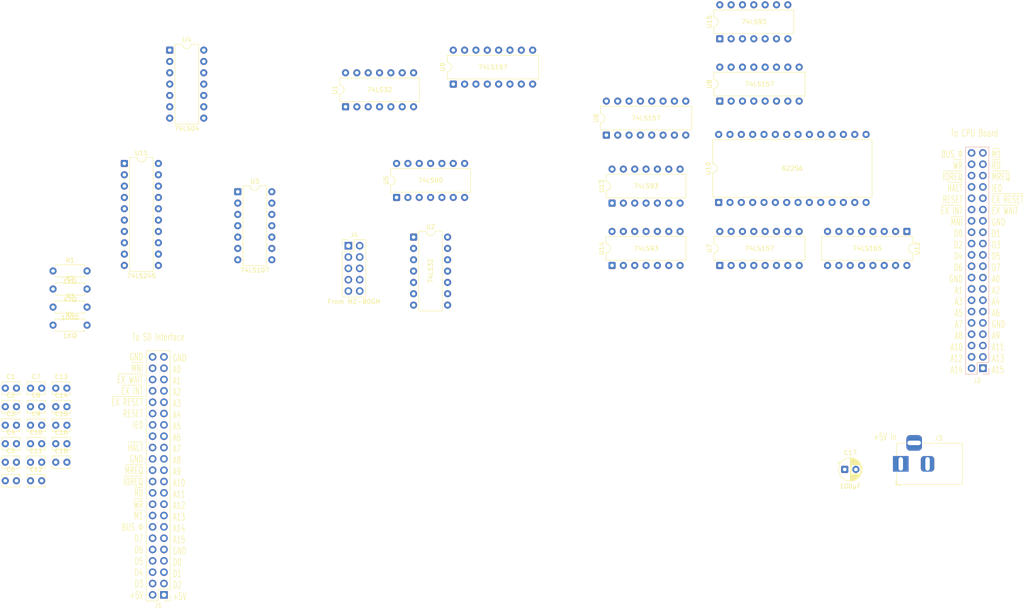
<source format=kicad_pcb>
(kicad_pcb (version 20241229) (generator "pcbnew") (generator_version "9.0")
  (layers (0 "F.Cu" signal) (2 "B.Cu" signal) (13 "F.Paste" user) (15 "B.Paste" user) (5 "F.SilkS" user "F.Silkscreen") (7 "B.SilkS" user "B.Silkscreen") (1 "F.Mask" user) (3 "B.Mask" user) (25 "Edge.Cuts" user))
  (net 0 "")
  (net 1 "GND")
  (net 2 "/D6")
  (net 3 "/~{IOREQ}")
  (net 4 "/D2")
  (net 5 "/~{EX INT}")
  (net 6 "/A4")
  (net 7 "/A2")
  (net 8 "/D1")
  (net 9 "/A8")
  (net 10 "/A15")
  (net 11 "/~{MNI}")
  (net 12 "/A10")
  (net 13 "/~{MREQ}")
  (net 14 "/A11")
  (net 15 "/D4")
  (net 16 "/~{M1}")
  (net 17 "/A14")
  (net 18 "/~{HALT}")
  (net 19 "/A12")
  (net 20 "/A6")
  (net 21 "/A7")
  (net 22 "/D5")
  (net 23 "/A0")
  (net 24 "/~{EX RESET}")
  (net 25 "/BUS Φ")
  (net 26 "/D3")
  (net 27 "/RESET")
  (net 28 "/~{RD}")
  (net 29 "/~{WR}")
  (net 30 "/D7")
  (net 31 "/A5")
  (net 32 "/IE0")
  (net 33 "/A3")
  (net 34 "/D0")
  (net 35 "/~{EX WAIT}")
  (net 36 "/A13")
  (net 37 "/A1")
  (net 38 "/A9")
  (net 39 "+5V")
  (net 40 "VCC")
  (net 41 "Net-(U3A-~{R})")
  (net 42 "Net-(C18-Pad2)")
  (net 44 "/~{HBLK}")
  (net 45 "/G0")
  (net 46 "/~{VBLK}")
  (net 47 "/8M")
  (net 48 "/1M")
  (net 49 "/G1")
  (net 50 "/~{C SED}")
  (net 51 "/~{G OUT 2}")
  (net 52 "Net-(U3A-J)")
  (net 53 "Net-(R2-Pad2)")
  (net 54 "Net-(R3-Pad1)")
  (net 55 "Net-(U3B-J)")
  (net 57 "Net-(U1-Pad6)")
  (net 60 "/SELECT")
  (net 61 "Net-(U2-Pad13)")
  (net 62 "/~{WE}")
  (net 63 "Net-(U2-Pad8)")
  (net 64 "/CLOCK")
  (net 65 "Net-(U3B-~{R})")
  (net 66 "/SHIFT{slash}~{LOAD}")
  (net 67 "/G_{11}")
  (net 68 "/G_{12}")
  (net 69 "Net-(U3A-Q)")
  (net 72 "Net-(U13-R0(1))")
  (net 73 "Net-(U4-Pad5)")
  (net 74 "Net-(U11-CE)")
  (net 75 "Net-(U12-Q7)")
  (net 76 "Net-(U13-CP0)")
  (net 77 "/A_{0}")
  (net 78 "/G_{3}")
  (net 79 "/G_{2}")
  (net 80 "/A_{1}")
  (net 81 "/RA_{3}")
  (net 82 "/A_{2}")
  (net 83 "/A_{3}")
  (net 84 "/G_{1}")
  (net 85 "/RA_{0}")
  (net 86 "/RA_{1}")
  (net 87 "/G_{0}")
  (net 88 "/RA_{2}")
  (net 89 "/G_{4}")
  (net 90 "/G_{7}")
  (net 91 "/A_{6}")
  (net 92 "/A_{4}")
  (net 93 "/RA_{4}")
  (net 94 "/RA_{6}")
  (net 95 "/G_{6}")
  (net 96 "/RA_{5}")
  (net 97 "/A_{7}")
  (net 98 "/G_{5}")
  (net 99 "/RA_{7}")
  (net 100 "/A_{5}")
  (net 101 "/RA_{8}")
  (net 102 "/G_{10}")
  (net 103 "/RA_{10}")
  (net 104 "/A_{10}")
  (net 105 "/RA_{9}")
  (net 106 "/RA_{11}")
  (net 107 "/A_{9}")
  (net 108 "/G_{8}")
  (net 109 "/G_{9}")
  (net 110 "/A_{11}")
  (net 111 "/A_{8}")
  (net 114 "/A_{12}")
  (net 117 "/RA_{12}")
  (net 123 "/RD_{4}")
  (net 124 "/RD_{2}")
  (net 125 "/RD_{1}")
  (net 126 "/RD_{5}")
  (net 128 "/RD_{3}")
  (net 129 "/RD_{7}")
  (net 131 "/RD_{0}")
  (net 132 "/RD_{6}")
  (net 133 "/D_{5}")
  (net 134 "/D_{1}")
  (net 135 "/D_{2}")
  (net 136 "/D_{4}")
  (net 137 "/D_{6}")
  (net 138 "/D_{3}")
  (net 139 "/D_{7}")
  (net 140 "/D_{0}")
  (footprint "Package_DIP:DIP-14_W7.62mm" (layer "F.Cu") (at 161.163 71.9328 90)
    (property "Reference" "U13" (at 3.81 -2.33 90) (layer "F.SilkS"))
    (property "Value" "74LS93" (at 3.805 7.62 180) (layer "F.SilkS"))
    (pad "1" thru_hole roundrect (at 0 0 90) (size 1.6 1.6) (drill 0.8) (layers "*.Cu" "*.Mask") (roundrect_rratio 0.15625) (net 87 "/G_{0}"))
    (pad "2" thru_hole circle (at 0 2.54 90) (size 1.6 1.6) (drill 0.8) (layers "*.Cu" "*.Mask") (net 72 "Net-(U13-R0(1))"))
    (pad "3" thru_hole circle (at 0 5.08 90) (size 1.6 1.6) (drill 0.8) (layers "*.Cu" "*.Mask") (net 72 "Net-(U13-R0(1))"))
    (pad "4" thru_hole circle (at 0 7.62 90) (size 1.6 1.6) (drill 0.8) (layers "*.Cu" "*.Mask"))
    (pad "5" thru_hole circle (at 0 10.16 90) (size 1.6 1.6) (drill 0.8) (layers "*.Cu" "*.Mask") (net 40 "VCC"))
    (pad "6" thru_hole circle (at 0 12.7 90) (size 1.6 1.6) (drill 0.8) (layers "*.Cu" "*.Mask"))
    (pad "7" thru_hole circle (at 0 15.24 90) (size 1.6 1.6) (drill 0.8) (layers "*.Cu" "*.Mask"))
    (pad "8" thru_hole circle (at 7.62 15.24 90) (size 1.6 1.6) (drill 0.8) (layers "*.Cu" "*.Mask") (net 79 "/G_{2}"))
    (pad "9" thru_hole circle (at 7.62 12.7 90) (size 1.6 1.6) (drill 0.8) (layers "*.Cu" "*.Mask") (net 84 "/G_{1}"))
    (pad "10" thru_hole circle (at 7.62 10.16 90) (size 1.6 1.6) (drill 0.8) (layers "*.Cu" "*.Mask") (net 1 "GND"))
    (pad "11" thru_hole circle (at 7.62 7.62 90) (size 1.6 1.6) (drill 0.8) (layers "*.Cu" "*.Mask") (net 78 "/G_{3}"))
    (pad "12" thru_hole circle (at 7.62 5.08 90) (size 1.6 1.6) (drill 0.8) (layers "*.Cu" "*.Mask") (net 87 "/G_{0}"))
    (pad "13" thru_hole circle (at 7.62 2.54 90) (size 1.6 1.6) (drill 0.8) (layers "*.Cu" "*.Mask"))
    (pad "14" thru_hole circle (at 7.62 0 90) (size 1.6 1.6) (drill 0.8) (layers "*.Cu" "*.Mask") (net 76 "Net-(U13-CP0)"))
  )
  (footprint "Package_DIP:DIP-20_W7.62mm" (layer "F.Cu") (at 51.943 63.0428)
    (property "Reference" "U11" (at 3.81 -2.33 0) (layer "F.SilkS"))
    (property "Value" "74LS245" (at 3.81 25.19 0) (layer "F.SilkS"))
    (pad "1" thru_hole roundrect (at 0 0) (size 1.6 1.6) (drill 0.8) (layers "*.Cu" "*.Mask") (roundrect_rratio 0.15625) (net 28 "/~{RD}"))
    (pad "2" thru_hole circle (at 0 2.54) (size 1.6 1.6) (drill 0.8) (layers "*.Cu" "*.Mask") (net 140 "/D_{0}"))
    (pad "3" thru_hole circle (at 0 5.08) (size 1.6 1.6) (drill 0.8) (layers "*.Cu" "*.Mask") (net 134 "/D_{1}"))
    (pad "4" thru_hole circle (at 0 7.62) (size 1.6 1.6) (drill 0.8) (layers "*.Cu" "*.Mask") (net 135 "/D_{2}"))
    (pad "5" thru_hole circle (at 0 10.16) (size 1.6 1.6) (drill 0.8) (layers "*.Cu" "*.Mask") (net 138 "/D_{3}"))
    (pad "6" thru_hole circle (at 0 12.7) (size 1.6 1.6) (drill 0.8) (layers "*.Cu" "*.Mask") (net 136 "/D_{4}"))
    (pad "7" thru_hole circle (at 0 15.24) (size 1.6 1.6) (drill 0.8) (layers "*.Cu" "*.Mask") (net 133 "/D_{5}"))
    (pad "8" thru_hole circle (at 0 17.78) (size 1.6 1.6) (drill 0.8) (layers "*.Cu" "*.Mask") (net 137 "/D_{6}"))
    (pad "9" thru_hole circle (at 0 20.32) (size 1.6 1.6) (drill 0.8) (layers "*.Cu" "*.Mask") (net 139 "/D_{7}"))
    (pad "10" thru_hole circle (at 0 22.86) (size 1.6 1.6) (drill 0.8) (layers "*.Cu" "*.Mask") (net 1 "GND"))
    (pad "11" thru_hole circle (at 7.62 22.86) (size 1.6 1.6) (drill 0.8) (layers "*.Cu" "*.Mask") (net 129 "/RD_{7}"))
    (pad "12" thru_hole circle (at 7.62 20.32) (size 1.6 1.6) (drill 0.8) (layers "*.Cu" "*.Mask") (net 132 "/RD_{6}"))
    (pad "13" thru_hole circle (at 7.62 17.78) (size 1.6 1.6) (drill 0.8) (layers "*.Cu" "*.Mask") (net 126 "/RD_{5}"))
    (pad "14" thru_hole circle (at 7.62 15.24) (size 1.6 1.6) (drill 0.8) (layers "*.Cu" "*.Mask") (net 123 "/RD_{4}"))
    (pad "15" thru_hole circle (at 7.62 12.7) (size 1.6 1.6) (drill 0.8) (layers "*.Cu" "*.Mask") (net 128 "/RD_{3}"))
    (pad "16" thru_hole circle (at 7.62 10.16) (size 1.6 1.6) (drill 0.8) (layers "*.Cu" "*.Mask") (net 124 "/RD_{2}"))
    (pad "17" thru_hole circle (at 7.62 7.62) (size 1.6 1.6) (drill 0.8) (layers "*.Cu" "*.Mask") (net 125 "/RD_{1}"))
    (pad "18" thru_hole circle (at 7.62 5.08) (size 1.6 1.6) (drill 0.8) (layers "*.Cu" "*.Mask") (net 131 "/RD_{0}"))
    (pad "19" thru_hole circle (at 7.62 2.54) (size 1.6 1.6) (drill 0.8) (layers "*.Cu" "*.Mask") (net 74 "Net-(U11-CE)"))
    (pad "20" thru_hole circle (at 7.62 0) (size 1.6 1.6) (drill 0.8) (layers "*.Cu" "*.Mask") (net 40 "VCC"))
  )
  (footprint "Connector_PinHeader_2.54mm:PinHeader_2x22_P2.54mm_Vertical" (layer "F.Cu") (at 60.8076 159.7406 180)
    (property "Reference" "J1" (at 1.27 -2.38 0) (layer "F.SilkS") (effects (font (thickness 0.125))))
    (property "Value" "To SD Interface" (at 1.27 57.785 0) (layer "F.SilkS") (effects (font (size 1.58 1) (thickness 0.125))))
    (pad "A1" thru_hole rect (at 0 0 180) (size 1.7 1.7) (drill 1) (layers "*.Cu" "*.Mask") (net 39 "+5V"))
    (pad "A2" thru_hole circle (at 0 2.54 180) (size 1.7 1.7) (drill 1) (layers "*.Cu" "*.Mask") (net 4 "/D2"))
    (pad "A3" thru_hole circle (at 0 5.08 180) (size 1.7 1.7) (drill 1) (layers "*.Cu" "*.Mask") (net 8 "/D1"))
    (pad "A4" thru_hole circle (at 0 7.62 180) (size 1.7 1.7) (drill 1) (layers "*.Cu" "*.Mask") (net 34 "/D0"))
    (pad "A5" thru_hole circle (at 0 10.16 180) (size 1.7 1.7) (drill 1) (layers "*.Cu" "*.Mask") (net 1 "GND"))
    (pad "A6" thru_hole circle (at 0 12.7 180) (size 1.7 1.7) (drill 1) (layers "*.Cu" "*.Mask") (net 10 "/A15"))
    (pad "A7" thru_hole circle (at 0 15.24 180) (size 1.7 1.7) (drill 1) (layers "*.Cu" "*.Mask") (net 17 "/A14"))
    (pad "A8" thru_hole circle (at 0 17.78 180) (size 1.7 1.7) (drill 1) (layers "*.Cu" "*.Mask") (net 36 "/A13"))
    (pad "A9" thru_hole circle (at 0 20.32 180) (size 1.7 1.7) (drill 1) (layers "*.Cu" "*.Mask") (net 19 "/A12"))
    (pad "A10" thru_hole circle (at 0 22.86 180) (size 1.7 1.7) (drill 1) (layers "*.Cu" "*.Mask") (net 14 "/A11"))
    (pad "A11" thru_hole circle (at 0 25.4 180) (size 1.7 1.7) (drill 1) (layers "*.Cu" "*.Mask") (net 12 "/A10"))
    (pad "A12" thru_hole circle (at 0 27.94 180) (size 1.7 1.7) (drill 1) (layers "*.Cu" "*.Mask") (net 38 "/A9"))
    (pad "A13" thru_hole circle (at 0 30.48 180) (size 1.7 1.7) (drill 1) (layers "*.Cu" "*.Mask") (net 9 "/A8"))
    (pad "A14" thru_hole circle (at 0 33.02 180) (size 1.7 1.7) (drill 1) (layers "*.Cu" "*.Mask") (net 21 "/A7"))
    (pad "A15" thru_hole circle (at 0 35.56 180) (size 1.7 1.7) (drill 1) (layers "*.Cu" "*.Mask") (net 20 "/A6"))
    (pad "A16" thru_hole circle (at 0 38.1 180) (size 1.7 1.7) (drill 1) (layers "*.Cu" "*.Mask") (net 31 "/A5"))
    (pad "A17" thru_hole circle (at 0 40.64 180) (size 1.7 1.7) (drill 1) (layers "*.Cu" "*.Mask") (net 6 "/A4"))
    (pad "A18" thru_hole circle (at 0 43.18 180) (size 1.7 1.7) (drill 1) (layers "*.Cu" "*.Mask") (net 33 "/A3"))
    (pad "A19" thru_hole circle (at 0 45.72 180) (size 1.7 1.7) (drill 1) (layers "*.Cu" "*.Mask") (net 7 "/A2"))
    (pad "A20" thru_hole circle (at 0 48.26 180) (size 1.7 1.7) (drill 1) (layers "*.Cu" "*.Mask") (net 37 "/A1"))
    (pad "A21" thru_hole circle (at 0 50.8 180) (size 1.7 1.7) (drill 1) (layers "*.Cu" "*.Mask") (net 23 "/A0"))
    (pad "A22" thru_hole circle (at 0 53.34 180) (size 1.7 1.7) (drill 1) (layers "*.Cu" "*.Mask") (net 1 "GND"))
    (pad "B1" thru_hole circle (at 2.54 0 180) (size 1.7 1.7) (drill 1) (layers "*.Cu" "*.Mask") (net 39 "+5V"))
    (pad "B2" thru_hole circle (at 2.54 2.54 180) (size 1.7 1.7) (drill 1) (layers "*.Cu" "*.Mask") (net 26 "/D3"))
    (pad "B3" thru_hole circle (at 2.54 5.08 180) (size 1.7 1.7) (drill 1) (layers "*.Cu" "*.Mask") (net 15 "/D4"))
    (pad "B4" thru_hole circle (at 2.54 7.62 180) (size 1.7 1.7) (drill 1) (layers "*.Cu" "*.Mask") (net 22 "/D5"))
    (pad "B5" thru_hole circle (at 2.54 10.16 180) (size 1.7 1.7) (drill 1) (layers "*.Cu" "*.Mask") (net 2 "/D6"))
    (pad "B6" thru_hole circle (at 2.54 12.7 180) (size 1.7 1.7) (drill 1) (layers "*.Cu" "*.Mask") (net 30 "/D7"))
    (pad "B7" thru_hole circle (at 2.54 15.24 180) (size 1.7 1.7) (drill 1) (layers "*.Cu" "*.Mask") (net 25 "/BUS Φ"))
    (pad "B8" thru_hole circle (at 2.54 17.78 180) (size 1.7 1.7) (drill 1) (layers "*.Cu" "*.Mask") (net 16 "/~{M1}"))
    (pad "B9" thru_hole circle (at 2.54 20.32 180) (size 1.7 1.7) (drill 1) (layers "*.Cu" "*.Mask") (net 29 "/~{WR}"))
    (pad "B10" thru_hole circle (at 2.54 22.86 180) (size 1.7 1.7) (drill 1) (layers "*.Cu" "*.Mask") (net 28 "/~{RD}"))
    (pad "B11" thru_hole circle (at 2.54 25.4 180) (size 1.7 1.7) (drill 1) (layers "*.Cu" "*.Mask") (net 3 "/~{IOREQ}"))
    (pad "B12" thru_hole circle (at 2.54 27.94 180) (size 1.7 1.7) (drill 1) (layers "*.Cu" "*.Mask") (net 13 "/~{MREQ}"))
    (pad "B13" thru_hole circle (at 2.54 30.48 180) (size 1.7 1.7) (drill 1) (layers "*.Cu" "*.Mask") (net 1 "GND"))
    (pad "B14" thru_hole circle (at 2.54 33.02 180) (size 1.7 1.7) (drill 1) (layers "*.Cu" "*.Mask") (net 18 "/~{HALT}"))
    (pad "B15" thru_hole circle (at 2.54 35.56 180) (size 1.7 1.7) (drill 1) (layers "*.Cu" "*.Mask"))
    (pad "B16" thru_hole circle (at 2.54 38.1 180) (size 1.7 1.7) (drill 1) (layers "*.Cu" "*.Mask") (net 32 "/IE0"))
    (pad "B17" thru_hole circle (at 2.54 40.64 180) (size 1.7 1.7) (drill 1) (layers "*.Cu" "*.Mask") (net 27 "/RESET"))
    (pad "B18" thru_hole circle (at 2.54 43.18 180) (size 1.7 1.7) (drill 1) (layers "*.Cu" "*.Mask") (net 24 "/~{EX RESET}"))
    (pad "B19" thru_hole circle (at 2.54 45.72 180) (size 1.7 1.7) (drill 1) (layers "*.Cu" "*.Mask") (net 5 "/~{EX INT}"))
    (pad "B20" thru_hole circle (at 2.54 48.26 180) (size 1.7 1.7) (drill 1) (layers "*.Cu" "*.Mask") (net 35 "/~{EX WAIT}"))
    (pad "B21" thru_hole circle (at 2.54 50.8 180) (size 1.7 1.7) (drill 1) (layers "*.Cu" "*.Mask") (net 11 "/~{MNI}"))
    (pad "B22" thru_hole circle (at 2.54 53.34 180) (size 1.7 1.7) (drill 1) (layers "*.Cu" "*.Mask") (net 1 "GND"))
  )
  (footprint "Capacitor_THT:C_Disc_D3.8mm_W2.6mm_P2.50mm" (layer "F.Cu") (at 30.923 121.7128)
    (property "Reference" "C9" (at 1.25 -2.55 0) (layer "F.SilkS"))
    (property "Value" "100nF")
    (pad "1" thru_hole circle (at 0 0) (size 1.6 1.6) (drill 0.8) (layers "*.Cu" "*.Mask") (net 1 "GND"))
    (pad "2" thru_hole circle (at 2.5 0) (size 1.6 1.6) (drill 0.8) (layers "*.Cu" "*.Mask") (net 40 "VCC"))
  )
  (footprint "Capacitor_THT:C_Disc_D3.8mm_W2.6mm_P2.50mm" (layer "F.Cu") (at 30.923 117.5628)
    (property "Reference" "C8" (at 1.25 -2.55 0) (layer "F.SilkS"))
    (property "Value" "100nF")
    (pad "1" thru_hole circle (at 0 0) (size 1.6 1.6) (drill 0.8) (layers "*.Cu" "*.Mask") (net 40 "VCC"))
    (pad "2" thru_hole circle (at 2.5 0) (size 1.6 1.6) (drill 0.8) (layers "*.Cu" "*.Mask") (net 1 "GND"))
  )
  (footprint "Package_DIP:DIP-16_W7.62mm" (layer "F.Cu") (at 185.293 85.9028 90)
    (property "Reference" "U7" (at 3.81 -2.33 90) (layer "F.SilkS"))
    (property "Value" "74LS157" (at 3.805 8.89 180) (layer "F.SilkS"))
    (pad "1" thru_hole roundrect (at 0 0 90) (size 1.6 1.6) (drill 0.8) (layers "*.Cu" "*.Mask") (roundrect_rratio 0.15625) (net 60 "/SELECT"))
    (pad "2" thru_hole circle (at 0 2.54 90) (size 1.6 1.6) (drill 0.8) (layers "*.Cu" "*.Mask") (net 92 "/A_{4}"))
    (pad "3" thru_hole circle (at 0 5.08 90) (size 1.6 1.6) (drill 0.8) (layers "*.Cu" "*.Mask") (net 89 "/G_{4}"))
    (pad "4" thru_hole circle (at 0 7.62 90) (size 1.6 1.6) (drill 0.8) (layers "*.Cu" "*.Mask") (net 93 "/RA_{4}"))
    (pad "5" thru_hole circle (at 0 10.16 90) (size 1.6 1.6) (drill 0.8) (layers "*.Cu" "*.Mask") (net 100 "/A_{5}"))
    (pad "6" thru_hole circle (at 0 12.7 90) (size 1.6 1.6) (drill 0.8) (layers "*.Cu" "*.Mask") (net 98 "/G_{5}"))
    (pad "7" thru_hole circle (at 0 15.24 90) (size 1.6 1.6) (drill 0.8) (layers "*.Cu" "*.Mask") (net 96 "/RA_{5}"))
    (pad "8" thru_hole circle (at 0 17.78 90) (size 1.6 1.6) (drill 0.8) (layers "*.Cu" "*.Mask") (net 1 "GND"))
    (pad "9" thru_hole circle (at 7.62 17.78 90) (size 1.6 1.6) (drill 0.8) (layers "*.Cu" "*.Mask") (net 94 "/RA_{6}"))
    (pad "10" thru_hole circle (at 7.62 15.24 90) (size 1.6 1.6) (drill 0.8) (layers "*.Cu" "*.Mask") (net 95 "/G_{6}"))
    (pad "11" thru_hole circle (at 7.62 12.7 90) (size 1.6 1.6) (drill 0.8) (layers "*.Cu" "*.Mask") (net 91 "/A_{6}"))
    (pad "12" thru_hole circle (at 7.62 10.16 90) (size 1.6 1.6) (drill 0.8) (layers "*.Cu" "*.Mask") (net 99 "/RA_{7}"))
    (pad "13" thru_hole circle (at 7.62 7.62 90) (size 1.6 1.6) (drill 0.8) (layers "*.Cu" "*.Mask") (net 90 "/G_{7}"))
    (pad "14" thru_hole circle (at 7.62 5.08 90) (size 1.6 1.6) (drill 0.8) (layers "*.Cu" "*.Mask") (net 97 "/A_{7}"))
    (pad "15" thru_hole circle (at 7.62 2.54 90) (size 1.6 1.6) (drill 0.8) (layers "*.Cu" "*.Mask") (net 1 "GND"))
    (pad "16" thru_hole circle (at 7.62 0 90) (size 1.6 1.6) (drill 0.8) (layers "*.Cu" "*.Mask") (net 40 "VCC"))
  )
  (footprint "Resistor_THT:R_Axial_DIN0207_L6.3mm_D2.5mm_P7.62mm_Horizontal" (layer "F.Cu") (at 35.9664 87.1386)
    (property "Reference" "R1" (at 3.81 -2.37 0) (layer "F.SilkS"))
    (property "Value" "1KΩ" (at 3.81 2.37 0) (layer "F.SilkS"))
    (pad "1" thru_hole circle (at 0 0) (size 1.6 1.6) (drill 0.8) (layers "*.Cu" "*.Mask") (net 40 "VCC"))
    (pad "2" thru_hole circle (at 7.62 0) (size 1.6 1.6) (drill 0.8) (layers "*.Cu" "*.Mask") (net 52 "Net-(U3A-J)"))
  )
  (footprint "Capacitor_THT:C_Disc_D3.8mm_W2.6mm_P2.50mm" (layer "F.Cu") (at 25.273 125.8628)
    (property "Reference" "C4" (at 1.25 -2.55 0) (layer "F.SilkS"))
    (property "Value" "100nF")
    (pad "1" thru_hole circle (at 0 0) (size 1.6 1.6) (drill 0.8) (layers "*.Cu" "*.Mask") (net 40 "VCC"))
    (pad "2" thru_hole circle (at 2.5 0) (size 1.6 1.6) (drill 0.8) (layers "*.Cu" "*.Mask") (net 1 "GND"))
  )
  (footprint "Capacitor_THT:C_Disc_D3.8mm_W2.6mm_P2.50mm" (layer "F.Cu") (at 25.273 113.4128)
    (property "Reference" "C1" (at 1.25 -2.55 0) (layer "F.SilkS"))
    (property "Value" "100nF")
    (pad "1" thru_hole circle (at 0 0) (size 1.6 1.6) (drill 0.8) (layers "*.Cu" "*.Mask") (net 40 "VCC"))
    (pad "2" thru_hole circle (at 2.5 0) (size 1.6 1.6) (drill 0.8) (layers "*.Cu" "*.Mask") (net 1 "GND"))
  )
  (footprint "Capacitor_THT:C_Disc_D3.8mm_W2.6mm_P2.50mm" (layer "F.Cu") (at 36.573 121.7128)
    (property "Reference" "C15" (at 1.25 -2.55 0) (layer "F.SilkS"))
    (property "Value" "100nF")
    (pad "1" thru_hole circle (at 0 0) (size 1.6 1.6) (drill 0.8) (layers "*.Cu" "*.Mask") (net 1 "GND"))
    (pad "2" thru_hole circle (at 2.5 0) (size 1.6 1.6) (drill 0.8) (layers "*.Cu" "*.Mask") (net 40 "VCC"))
  )
  (footprint "Capacitor_THT:C_Disc_D3.8mm_W2.6mm_P2.50mm" (layer "F.Cu") (at 25.273 117.5628)
    (property "Reference" "C2" (at 1.25 -2.55 0) (layer "F.SilkS"))
    (property "Value" "100nF")
    (pad "1" thru_hole circle (at 0 0) (size 1.6 1.6) (drill 0.8) (layers "*.Cu" "*.Mask") (net 40 "VCC"))
    (pad "2" thru_hole circle (at 2.5 0) (size 1.6 1.6) (drill 0.8) (layers "*.Cu" "*.Mask") (net 1 "GND"))
  )
  (footprint "Capacitor_THT:C_Disc_D3.8mm_W2.6mm_P2.50mm" (layer "F.Cu") (at 36.573 130.0128)
    (property "Reference" "C18" (at 1.25 -2.55 0) (layer "F.SilkS"))
    (property "Value" "470pF")
    (pad "1" thru_hole circle (at 0 0) (size 1.6 1.6) (drill 0.8) (layers "*.Cu" "*.Mask") (net 1 "GND"))
    (pad "2" thru_hole circle (at 2.5 0) (size 1.6 1.6) (drill 0.8) (layers "*.Cu" "*.Mask") (net 42 "Net-(C18-Pad2)"))
  )
  (footprint "Package_DIP:DIP-14_W7.62mm" (layer "F.Cu") (at 101.473 50.3428 90)
    (property "Reference" "U1" (at 3.81 -2.33 90) (layer "F.SilkS"))
    (property "Value" "74LS32" (at 3.805 7.62 180) (layer "F.SilkS"))
    (pad "1" thru_hole roundrect (at 0 0 90) (size 1.6 1.6) (drill 0.8) (layers "*.Cu" "*.Mask") (roundrect_rratio 0.15625) (net 40 "VCC"))
    (pad "2" thru_hole circle (at 0 2.54 90) (size 1.6 1.6) (drill 0.8) (layers "*.Cu" "*.Mask") (net 40 "VCC"))
    (pad "3" thru_hole circle (at 0 5.08 90) (size 1.6 1.6) (drill 0.8) (layers "*.Cu" "*.Mask"))
    (pad "4" thru_hole circle (at 0 7.62 90) (size 1.6 1.6) (drill 0.8) (layers "*.Cu" "*.Mask") (net 60 "/SELECT"))
    (pad "5" thru_hole circle (at 0 10.16 90) (size 1.6 1.6) (drill 0.8) (layers "*.Cu" "*.Mask") (net 28 "/~{RD}"))
    (pad "6" thru_hole circle (at 0 12.7 90) (size 1.6 1.6) (drill 0.8) (layers "*.Cu" "*.Mask") (net 57 "Net-(U1-Pad6)"))
    (pad "7" thru_hole circle (at 0 15.24 90) (size 1.6 1.6) (drill 0.8) (layers "*.Cu" "*.Mask") (net 1 "GND"))
    (pad "8" thru_hole circle (at 7.62 15.24 90) (size 1.6 1.6) (drill 0.8) (layers "*.Cu" "*.Mask"))
    (pad "9" thru_hole circle (at 7.62 12.7 90) (size 1.6 1.6) (drill 0.8) (layers "*.Cu" "*.Mask") (net 40 "VCC"))
    (pad "10" thru_hole circle (at 7.62 10.16 90) (size 1.6 1.6) (drill 0.8) (layers "*.Cu" "*.Mask") (net 40 "VCC"))
    (pad "11" thru_hole circle (at 7.62 7.62 90) (size 1.6 1.6) (drill 0.8) (layers "*.Cu" "*.Mask"))
    (pad "12" thru_hole circle (at 7.62 5.08 90) (size 1.6 1.6) (drill 0.8) (layers "*.Cu" "*.Mask") (net 40 "VCC"))
    (pad "13" thru_hole circle (at 7.62 2.54 90) (size 1.6 1.6) (drill 0.8) (layers "*.Cu" "*.Mask") (net 40 "VCC"))
    (pad "14" thru_hole circle (at 7.62 0 90) (size 1.6 1.6) (drill 0.8) (layers "*.Cu" "*.Mask") (net 40 "VCC"))
  )
  (footprint "Package_DIP:DIP-14_W7.62mm" (layer "F.Cu") (at 77.343 69.3928)
    (property "Reference" "U3" (at 3.81 -2.33 0) (layer "F.SilkS"))
    (property "Value" "74LS107" (at 3.81 17.57 0) (layer "F.SilkS"))
    (pad "1" thru_hole roundrect (at 0 0) (size 1.6 1.6) (drill 0.8) (layers "*.Cu" "*.Mask") (roundrect_rratio 0.15625) (net 52 "Net-(U3A-J)"))
    (pad "2" thru_hole circle (at 0 2.54) (size 1.6 1.6) (drill 0.8) (layers "*.Cu" "*.Mask") (net 66 "/SHIFT{slash}~{LOAD}"))
    (pad "3" thru_hole circle (at 0 5.08) (size 1.6 1.6) (drill 0.8) (layers "*.Cu" "*.Mask") (net 69 "Net-(U3A-Q)"))
    (pad "4" thru_hole circle (at 0 7.62) (size 1.6 1.6) (drill 0.8) (layers "*.Cu" "*.Mask") (net 1 "GND"))
    (pad "5" thru_hole circle (at 0 10.16) (size 1.6 1.6) (drill 0.8) (layers "*.Cu" "*.Mask") (net 68 "/G_{12}"))
    (pad "6" thru_hole circle (at 0 12.7) (size 1.6 1.6) (drill 0.8) (layers "*.Cu" "*.Mask"))
    (pad "7" thru_hole circle (at 0 15.24) (size 1.6 1.6) (drill 0.8) (layers "*.Cu" "*.Mask") (net 1 "GND"))
    (pad "8" thru_hole circle (at 7.62 15.24) (size 1.6 1.6) (drill 0.8) (layers "*.Cu" "*.Mask") (net 55 "Net-(U3B-J)"))
    (pad "9" thru_hole circle (at 7.62 12.7) (size 1.6 1.6) (drill 0.8) (layers "*.Cu" "*.Mask") (net 67 "/G_{11}"))
    (pad "10" thru_hole circle (at 7.62 10.16) (size 1.6 1.6) (drill 0.8) (layers "*.Cu" "*.Mask") (net 65 "Net-(U3B-~{R})"))
    (pad "11" thru_hole circle (at 7.62 7.62) (size 1.6 1.6) (drill 0.8) (layers "*.Cu" "*.Mask") (net 55 "Net-(U3B-J)"))
    (pad "12" thru_hole circle (at 7.62 5.08) (size 1.6 1.6) (drill 0.8) (layers "*.Cu" "*.Mask") (net 48 "/1M"))
    (pad "13" thru_hole circle (at 7.62 2.54) (size 1.6 1.6) (drill 0.8) (layers "*.Cu" "*.Mask") (net 41 "Net-(U3A-~{R})"))
    (pad "14" thru_hole circle (at 7.62 0) (size 1.6 1.6) (drill 0.8) (layers "*.Cu" "*.Mask") (net 40 "VCC"))
  )
  (footprint "Package_DIP:DIP-14_W7.62mm" (layer "F.Cu") (at 161.163 85.9028 90)
    (property "Reference" "U14" (at 3.81 -2.33 90) (layer "F.SilkS"))
    (property "Value" "74LS93" (at 3.805 7.62 180) (layer "F.SilkS"))
    (pad "1" thru_hole roundrect (at 0 0 90) (size 1.6 1.6) (drill 0.8) (layers "*.Cu" "*.Mask") (roundrect_rratio 0.15625) (net 89 "/G_{4}"))
    (pad "2" thru_hole circle (at 0 2.54 90) (size 1.6 1.6) (drill 0.8) (layers "*.Cu" "*.Mask") (net 72 "Net-(U13-R0(1))"))
    (pad "3" thru_hole circle (at 0 5.08 90) (size 1.6 1.6) (drill 0.8) (layers "*.Cu" "*.Mask") (net 72 "Net-(U13-R0(1))"))
    (pad "4" thru_hole circle (at 0 7.62 90) (size 1.6 1.6) (drill 0.8) (layers "*.Cu" "*.Mask"))
    (pad "5" thru_hole circle (at 0 10.16 90) (size 1.6 1.6) (drill 0.8) (layers "*.Cu" "*.Mask") (net 40 "VCC"))
    (pad "6" thru_hole circle (at 0 12.7 90) (size 1.6 1.6) (drill 0.8) (layers "*.Cu" "*.Mask"))
    (pad "7" thru_hole circle (at 0 15.24 90) (size 1.6 1.6) (drill 0.8) (layers "*.Cu" "*.Mask"))
    (pad "8" thru_hole circle (at 7.62 15.24 90) (size 1.6 1.6) (drill 0.8) (layers "*.Cu" "*.Mask") (net 95 "/G_{6}"))
    (pad "9" thru_hole circle (at 7.62 12.7 90) (size 1.6 1.6) (drill 0.8) (layers "*.Cu" "*.Mask") (net 98 "/G_{5}"))
    (pad "10" thru_hole circle (at 7.62 10.16 90) (size 1.6 1.6) (drill 0.8) (layers "*.Cu" "*.Mask") (net 1 "GND"))
    (pad "11" thru_hole circle (at 7.62 7.62 90) (size 1.6 1.6) (drill 0.8) (layers "*.Cu" "*.Mask") (net 90 "/G_{7}"))
    (pad "12" thru_hole circle (at 7.62 5.08 90) (size 1.6 1.6) (drill 0.8) (layers "*.Cu" "*.Mask") (net 89 "/G_{4}"))
    (pad "13" thru_hole circle (at 7.62 2.54 90) (size 1.6 1.6) (drill 0.8) (layers "*.Cu" "*.Mask"))
    (pad "14" thru_hole circle (at 7.62 0 90) (size 1.6 1.6) (drill 0.8) (layers "*.Cu" "*.Mask") (net 78 "/G_{3}"))
  )
  (footprint "Capacitor_THT:C_Disc_D3.8mm_W2.6mm_P2.50mm" (layer "F.Cu") (at 36.573 125.8628)
    (property "Reference" "C16" (at 1.25 -2.55 0) (layer "F.SilkS"))
    (property "Value" "220pF")
    (pad "1" thru_hole circle (at 0 0) (size 1.6 1.6) (drill 0.8) (layers "*.Cu" "*.Mask") (net 41 "Net-(U3A-~{R})"))
    (pad "2" thru_hole circle (at 2.5 0) (size 1.6 1.6) (drill 0.8) (layers "*.Cu" "*.Mask") (net 1 "GND"))
  )
  (footprint "Capacitor_THT:C_Disc_D3.8mm_W2.6mm_P2.50mm" (layer "F.Cu") (at 25.273 134.1628)
    (property "Reference" "C6" (at 1.25 -2.55 0) (layer "F.SilkS"))
    (property "Value" "100nF")
    (pad "1" thru_hole circle (at 0 0) (size 1.6 1.6) (drill 0.8) (layers "*.Cu" "*.Mask") (net 40 "VCC"))
    (pad "2" thru_hole circle (at 2.5 0) (size 1.6 1.6) (drill 0.8) (layers "*.Cu" "*.Mask") (net 1 "GND"))
  )
  (footprint "Capacitor_THT:C_Disc_D3.8mm_W2.6mm_P2.50mm" (layer "F.Cu") (at 36.573 113.4128)
    (property "Reference" "C13" (at 1.25 -2.55 0) (layer "F.SilkS"))
    (property "Value" "100nF")
    (pad "1" thru_hole circle (at 0 0) (size 1.6 1.6) (drill 0.8) (layers "*.Cu" "*.Mask") (net 1 "GND"))
    (pad "2" thru_hole circle (at 2.5 0) (size 1.6 1.6) (drill 0.8) (layers "*.Cu" "*.Mask") (net 40 "VCC"))
  )
  (footprint "Capacitor_THT:C_Disc_D3.8mm_W2.6mm_P2.50mm" (layer "F.Cu") (at 30.923 125.8628)
    (property "Reference" "C10" (at 1.25 -2.55 0) (layer "F.SilkS"))
    (property "Value" "100nF")
    (pad "1" thru_hole circle (at 0 0) (size 1.6 1.6) (drill 0.8) (layers "*.Cu" "*.Mask") (net 1 "GND"))
    (pad "2" thru_hole circle (at 2.5 0) (size 1.6 1.6) (drill 0.8) (layers "*.Cu" "*.Mask") (net 40 "VCC"))
  )
  (footprint "Package_DIP:DIP-14_W7.62mm" (layer "F.Cu") (at 112.903 70.6628 90)
    (property "Reference" "U5" (at 3.81 -2.33 90) (layer "F.SilkS"))
    (property "Value" "74LS00" (at 3.805 7.62 180) (layer "F.SilkS"))
    (pad "1" thru_hole roundrect (at 0 0 90) (size 1.6 1.6) (drill 0.8) (layers "*.Cu" "*.Mask") (roundrect_rratio 0.15625) (net 69 "Net-(U3A-Q)"))
    (pad "2" thru_hole circle (at 0 2.54 90) (size 1.6 1.6) (drill 0.8) (layers "*.Cu" "*.Mask") (net 64 "/CLOCK"))
    (pad "3" thru_hole circle (at 0 5.08 90) (size 1.6 1.6) (drill 0.8) (layers "*.Cu" "*.Mask") (net 53 "Net-(R2-Pad2)"))
    (pad "4" thru_hole circle (at 0 7.62 90) (size 1.6 1.6) (drill 0.8) (layers "*.Cu" "*.Mask") (net 57 "Net-(U1-Pad6)"))
    (pad "5" thru_hole circle (at 0 10.16 90) (size 1.6 1.6) (drill 0.8) (layers "*.Cu" "*.Mask") (net 62 "/~{WE}"))
    (pad "6" thru_hole circle (at 0 12.7 90) (size 1.6 1.6) (drill 0.8) (layers "*.Cu" "*.Mask") (net 73 "Net-(U4-Pad5)"))
    (pad "7" thru_hole circle (at 0 15.24 90) (size 1.6 1.6) (drill 0.8) (layers "*.Cu" "*.Mask") (net 1 "GND"))
    (pad "8" thru_hole circle (at 7.62 15.24 90) (size 1.6 1.6) (drill 0.8) (layers "*.Cu" "*.Mask") (net 76 "Net-(U13-CP0)"))
    (pad "9" thru_hole circle (at 7.62 12.7 90) (size 1.6 1.6) (drill 0.8) (layers "*.Cu" "*.Mask") (net 44 "/~{HBLK}"))
    (pad "10" thru_hole circle (at 7.62 10.16 90) (size 1.6 1.6) (drill 0.8) (layers "*.Cu" "*.Mask") (net 48 "/1M"))
    (pad "11" thru_hole circle (at 7.62 7.62 90) (size 1.6 1.6) (drill 0.8) (layers "*.Cu" "*.Mask") (net 51 "/~{G OUT 2}"))
    (pad "12" thru_hole circle (at 7.62 5.08 90) (size 1.6 1.6) (drill 0.8) (layers "*.Cu" "*.Mask") (net 45 "/G0"))
    (pad "13" thru_hole circle (at 7.62 2.54 90) (size 1.6 1.6) (drill 0.8) (layers "*.Cu" "*.Mask") (net 75 "Net-(U12-Q7)"))
    (pad "14" thru_hole circle (at 7.62 0 90) (size 1.6 1.6) (drill 0.8) (layers "*.Cu" "*.Mask") (net 40 "VCC"))
  )
  (footprint "Connector_PinHeader_2.54mm:PinHeader_2x05_P2.54mm_Vertical" (layer "F.Cu") (at 102.108 81.4832)
    (property "Reference" "J4" (at 1.27 -2.38 0) (layer "F.SilkS"))
    (property "Value" "From MZ-80GM" (at 1.27 12.54 0) (layer "F.SilkS"))
    (pad "1" thru_hole rect (at 0 0) (size 1.7 1.7) (drill 1) (layers "*.Cu" "*.Mask") (net 49 "/G1"))
    (pad "2" thru_hole circle (at 2.54 0) (size 1.7 1.7) (drill 1) (layers "*.Cu" "*.Mask") (net 50 "/~{C SED}"))
    (pad "3" thru_hole circle (at 0 2.54) (size 1.7 1.7) (drill 1) (layers "*.Cu" "*.Mask") (net 45 "/G0"))
    (pad "4" thru_hole circle (at 2.54 2.54) (size 1.7 1.7) (drill 1) (layers "*.Cu" "*.Mask") (net 51 "/~{G OUT 2}"))
    (pad "5" thru_hole circle (at 0 5.08) (size 1.7 1.7) (drill 1) (layers "*.Cu" "*.Mask") (net 1 "GND"))
    (pad "6" thru_hole circle (at 2.54 5.08) (size 1.7 1.7) (drill 1) (layers "*.Cu" "*.Mask") (net 47 "/8M"))
    (pad "7" thru_hole circle (at 0 7.62) (size 1.7 1.7) (drill 1) (layers "*.Cu" "*.Mask") (net 46 "/~{VBLK}"))
    (pad "8" thru_hole circle (at 2.54 7.62) (size 1.7 1.7) (drill 1) (layers "*.Cu" "*.Mask") (net 48 "/1M"))
    (pad "9" thru_hole circle (at 0 10.16) (size 1.7 1.7) (drill 1) (layers "*.Cu" "*.Mask") (net 1 "GND"))
    (pad "10" thru_hole circle (at 2.54 10.16) (size 1.7 1.7) (drill 1) (layers "*.Cu" "*.Mask") (net 44 "/~{HBLK}"))
  )
  (footprint "Capacitor_THT:C_Disc_D3.8mm_W2.6mm_P2.50mm" (layer "F.Cu") (at 25.273 130.0128)
    (property "Reference" "C5" (at 1.25 -2.55 0) (layer "F.SilkS"))
    (property "Value" "100nF")
    (pad "1" thru_hole circle (at 0 0) (size 1.6 1.6) (drill 0.8) (layers "*.Cu" "*.Mask") (net 40 "VCC"))
    (pad "2" thru_hole circle (at 2.5 0) (size 1.6 1.6) (drill 0.8) (layers "*.Cu" "*.Mask") (net 1 "GND"))
  )
  (footprint "Package_DIP:DIP-14_W7.62mm" (layer "F.Cu") (at 62.103 37.6428)
    (property "Reference" "U4" (at 3.81 -2.33 0) (layer "F.SilkS"))
    (property "Value" "74LS04" (at 3.81 17.57 0) (layer "F.SilkS"))
    (pad "1" thru_hole roundrect (at 0 0) (size 1.6 1.6) (drill 0.8) (layers "*.Cu" "*.Mask") (roundrect_rratio 0.15625) (net 63 "Net-(U2-Pad8)"))
    (pad "2" thru_hole circle (at 0 2.54) (size 1.6 1.6) (drill 0.8) (layers "*.Cu" "*.Mask") (net 54 "Net-(R3-Pad1)"))
    (pad "3" thru_hole circle (at 0 5.08) (size 1.6 1.6) (drill 0.8) (layers "*.Cu" "*.Mask") (net 42 "Net-(C18-Pad2)"))
    (pad "4" thru_hole circle (at 0 7.62) (size 1.6 1.6) (drill 0.8) (layers "*.Cu" "*.Mask") (net 61 "Net-(U2-Pad13)"))
    (pad "5" thru_hole circle (at 0 10.16) (size 1.6 1.6) (drill 0.8) (layers "*.Cu" "*.Mask") (net 73 "Net-(U4-Pad5)"))
    (pad "6" thru_hole circle (at 0 12.7) (size 1.6 1.6) (drill 0.8) (layers "*.Cu" "*.Mask") (net 74 "Net-(U11-CE)"))
    (pad "7" thru_hole circle (at 0 15.24) (size 1.6 1.6) (drill 0.8) (layers "*.Cu" "*.Mask") (net 1 "GND"))
    (pad "8" thru_hole circle (at 7.62 15.24) (size 1.6 1.6) (drill 0.8) (layers "*.Cu" "*.Mask"))
    (pad "9" thru_hole circle (at 7.62 12.7) (size 1.6 1.6) (drill 0.8) (layers "*.Cu" "*.Mask") (net 40 "VCC"))
    (pad "10" thru_hole circle (at 7.62 10.16) (size 1.6 1.6) (drill 0.8) (layers "*.Cu" "*.Mask") (net 65 "Net-(U3B-~{R})"))
    (pad "11" thru_hole circle (at 7.62 7.62) (size 1.6 1.6) (drill 0.8) (layers "*.Cu" "*.Mask") (net 72 "Net-(U13-R0(1))"))
    (pad "12" thru_hole circle (at 7.62 5.08) (size 1.6 1.6) (drill 0.8) (layers "*.Cu" "*.Mask") (net 72 "Net-(U13-R0(1))"))
    (pad "13" thru_hole circle (at 7.62 2.54) (size 1.6 1.6) (drill 0.8) (layers "*.Cu" "*.Mask") (net 46 "/~{VBLK}"))
    (pad "14" thru_hole circle (at 7.62 0) (size 1.6 1.6) (drill 0.8) (layers "*.Cu" "*.Mask") (net 40 "VCC"))
  )
  (footprint "Package_DIP:DIP-16_W7.62mm" (layer "F.Cu") (at 185.293 49.0728 90)
    (property "Reference" "U8" (at 3.81 -2.33 90) (layer "F.SilkS"))
    (property "Value" "74LS157" (at 3.805 8.89 180) (layer "F.SilkS"))
    (pad "1" thru_hole roundrect (at 0 0 90) (size 1.6 1.6) (drill 0.8) (layers "*.Cu" "*.Mask") (roundrect_rratio 0.15625) (net 60 "/SELECT"))
    (pad "2" thru_hole circle (at 0 2.54 90) (size 1.6 1.6) (drill 0.8) (layers "*.Cu" "*.Mask") (net 111 "/A_{8}"))
    (pad "3" thru_hole circle (at 0 5.08 90) (size 1.6 1.6) (drill 0.8) (layers "*.Cu" "*.Mask") (net 108 "/G_{8}"))
    (pad "4" thru_hole circle (at 0 7.62 90) (size 1.6 1.6) (drill 0.8) (layers "*.Cu" "*.Mask") (net 101 "/RA_{8}"))
    (pad "5" thru_hole circle (at 0 10.16 90) (size 1.6 1.6) (drill 0.8) (layers "*.Cu" "*.Mask") (net 107 "/A_{9}"))
    (pad "6" thru_hole circle (at 0 12.7 90) (size 1.6 1.6) (drill 0.8) (layers "*.Cu" "*.Mask") (net 109 "/G_{9}"))
    (pad "7" thru_hole circle (at 0 15.24 90) (size 1.6 1.6) (drill 0.8) (layers "*.Cu" "*.Mask") (net 105 "/RA_{9}"))
    (pad "8" thru_hole circle (at 0 17.78 90) (size 1.6 1.6) (drill 0.8) (layers "*.Cu" "*.Mask") (net 1 "GND"))
    (pad "9" thru_hole circle (at 7.62 17.78 90) (size 1.6 1.6) (drill 0.8) (layers "*.Cu" "*.Mask") (net 103 "/RA_{10}"))
    (pad "10" thru_hole circle (at 7.62 15.24 90) (size 1.6 1.6) (drill 0.8) (layers "*.Cu" "*.Mask") (net 102 "/G_{10}"))
    (pad "11" thru_hole circle (at 7.62 12.7 90) (size 1.6 1.6) (drill 0.8) (layers "*.Cu" "*.Mask") (net 104 "/A_{10}"))
    (pad "12" thru_hole circle (at 7.62 10.16 90) (size 1.6 1.6) (drill 0.8) (layers "*.Cu" "*.Mask") (net 106 "/RA_{11}"))
    (pad "13" thru_hole circle (at 7.62 7.62 90) (size 1.6 1.6) (drill 0.8) (layers "*.Cu" "*.Mask") (net 67 "/G_{11}"))
    (pad "14" thru_hole circle (at 7.62 5.08 90) (size 1.6 1.6) (drill 0.8) (layers "*.Cu" "*.Mask") (net 110 "/A_{11}"))
    (pad "15" thru_hole circle (at 7.62 2.54 90) (size 1.6 1.6) (drill 0.8) (layers "*.Cu" "*.Mask") (net 1 "GND"))
    (pad "16" thru_hole circle (at 7.62 0 90) (size 1.6 1.6) (drill 0.8) (layers "*.Cu" "*.Mask") (net 40 "VCC"))
  )
  (footprint "Package_DIP:DIP-28_W15.24mm" (layer "F.Cu") (at 185.039 71.7804 90)
    (property "Reference" "U10" (at 7.62 -2.33 90) (layer "F.SilkS"))
    (property "Value" "62256" (at 7.62 16.51 180) (layer "F.SilkS"))
    (pad "1" thru_hole roundrect (at 0 0 90) (size 1.6 1.6) (drill 0.8) (layers "*.Cu" "*.Mask") (roundrect_rratio 0.15625))
    (pad "2" thru_hole circle (at 0 2.54 90) (size 1.6 1.6) (drill 0.8) (layers "*.Cu" "*.Mask") (net 117 "/RA_{12}"))
    (pad "3" thru_hole circle (at 0 5.08 90) (size 1.6 1.6) (drill 0.8) (layers "*.Cu" "*.Mask") (net 99 "/RA_{7}"))
    (pad "4" thru_hole circle (at 0 7.62 90) (size 1.6 1.6) (drill 0.8) (layers "*.Cu" "*.Mask") (net 94 "/RA_{6}"))
    (pad "5" thru_hole circle (at 0 10.16 90) (size 1.6 1.6) (drill 0.8) (layers "*.Cu" "*.Mask") (net 96 "/RA_{5}"))
    (pad "6" thru_hole circle (at 0 12.7 90) (size 1.6 1.6) (drill 0.8) (layers "*.Cu" "*.Mask") (net 93 "/RA_{4}"))
    (pad "7" thru_hole circle (at 0 15.24 90) (size 1.6 1.6) (drill 0.8) (layers "*.Cu" "*.Mask") (net 81 "/RA_{3}"))
    (pad "8" thru_hole circle (at 0 17.78 90) (size 1.6 1.6) (drill 0.8) (layers "*.Cu" "*.Mask") (net 88 "/RA_{2}"))
    (pad "9" thru_hole circle (at 0 20.32 90) (size 1.6 1.6) (drill 0.8) (layers "*.Cu" "*.Mask") (net 86 "/RA_{1}"))
    (pad "10" thru_hole circle (at 0 22.86 90) (size 1.6 1.6) (drill 0.8) (layers "*.Cu" "*.Mask") (net 85 "/RA_{0}"))
    (pad "11" thru_hole circle (at 0 25.4 90) (size 1.6 1.6) (drill 0.8) (layers "*.Cu" "*.Mask") (net 131 "/RD_{0}"))
    (pad "12" thru_hole circle (at 0 27.94 90) (size 1.6 1.6) (drill 0.8) (layers "*.Cu" "*.Mask") (net 125 "/RD_{1}"))
    (pad "13" thru_hole circle (at 0 30.48 90) (size 1.6 1.6) (drill 0.8) (layers "*.Cu" "*.Mask") (net 124 "/RD_{2}"))
    (pad "14" thru_hole circle (at 0 33.02 90) (size 1.6 1.6) (drill 0.8) (layers "*.Cu" "*.Mask") (net 1 "GND"))
    (pad "15" thru_hole circle (at 15.24 33.02 90) (size 1.6 1.6) (drill 0.8) (layers "*.Cu" "*.Mask") (net 128 "/RD_{3}"))
    (pad "16" thru_hole circle (at 15.24 30.48 90) (size 1.6 1.6) (drill 0.8) (layers "*.Cu" "*.Mask") (net 123 "/RD_{4}"))
    (pad "17" thru_hole circle (at 15.24 27.94 90) (size 1.6 1.6) (drill 0.8) (layers "*.Cu" "*.Mask") (net 126 "/RD_{5}"))
    (pad "18" thru_hole circle (at 15.24 25.4 90) (size 1.6 1.6) (drill 0.8) (layers "*.Cu" "*.Mask") (net 132 "/RD_{6}"))
    (pad "19" thru_hole circle (at 15.24 22.86 90) (size 1.6 1.6) (drill 0.8) (layers "*.Cu" "*.Mask") (net 129 "/RD_{7}"))
    (pad "20" thru_hole circle (at 15.24 20.32 90) (size 1.6 1.6) (drill 0.8) (layers "*.Cu" "*.Mask") (net 1 "GND"))
    (pad "21" thru_hole circle (at 15.24 17.78 90) (size 1.6 1.6) (drill 0.8) (layers "*.Cu" "*.Mask") (net 103 "/RA_{10}"))
    (pad "22" thru_hole circle (at 15.24 15.24 90) (size 1.6 1.6) (drill 0.8) (layers "*.Cu" "*.Mask") (net 1 "GND"))
    (pad "23" thru_hole circle (at 15.24 12.7 90) (size 1.6 1.6) (drill 0.8) (layers "*.Cu" "*.Mask") (net 106 "/RA_{11}"))
    (pad "24" thru_hole circle (at 15.24 10.16 90) (size 1.6 1.6) (drill 0.8) (layers "*.Cu" "*.Mask") (net 105 "/RA_{9}"))
    (pad "25" thru_hole circle (at 15.24 7.62 90) (size 1.6 1.6) (drill 0.8) (layers "*.Cu" "*.Mask") (net 101 "/RA_{8}"))
    (pad "26" thru_hole circle (at 15.24 5.08 90) (size 1.6 1.6) (drill 0.8) (layers "*.Cu" "*.Mask"))
    (pad "27" thru_hole circle (at 15.24 2.54 90) (size 1.6 1.6) (drill 0.8) (layers "*.Cu" "*.Mask") (net 62 "/~{WE}"))
    (pad "28" thru_hole circle (at 15.24 0 90) (size 1.6 1.6) (drill 0.8) (layers "*.Cu" "*.Mask") (net 40 "VCC"))
  )
  (footprint "Capacitor_THT:C_Disc_D3.8mm_W2.6mm_P2.50mm" (layer "F.Cu") (at 30.923 113.4128)
    (property "Reference" "C7" (at 1.25 -2.55 0) (layer "F.SilkS"))
    (property "Value" "100nF")
    (pad "1" thru_hole circle (at 0 0) (size 1.6 1.6) (drill 0.8) (layers "*.Cu" "*.Mask") (net 40 "VCC"))
    (pad "2" thru_hole circle (at 2.5 0) (size 1.6 1.6) (drill 0.8) (layers "*.Cu" "*.Mask") (net 1 "GND"))
  )
  (footprint "Package_DIP:DIP-14_W7.62mm" (layer "F.Cu") (at 116.713 79.5528)
    (property "Reference" "U2" (at 3.81 -2.33 0) (layer "F.SilkS"))
    (property "Value" "74LS32" (at 3.805 7.62 270) (layer "F.SilkS"))
    (pad "1" thru_hole roundrect (at 0 0) (size 1.6 1.6) (drill 0.8) (layers "*.Cu" "*.Mask") (roundrect_rratio 0.15625) (net 47 "/8M"))
    (pad "2" thru_hole circle (at 0 2.54) (size 1.6 1.6) (drill 0.8) (layers "*.Cu" "*.Mask") (net 47 "/8M"))
    (pad "3" thru_hole circle (at 0 5.08) (size 1.6 1.6) (drill 0.8) (layers "*.Cu" "*.Mask") (net 64 "/CLOCK"))
    (pad "4" thru_hole circle (at 0 7.62) (size 1.6 1.6) (drill 0.8) (layers "*.Cu" "*.Mask") (net 49 "/G1"))
    (pad "5" thru_hole circle (at 0 10.16) (size 1.6 1.6) (drill 0.8) (layers "*.Cu" "*.Mask") (net 50 "/~{C SED}"))
    (pad "6" thru_hole circle (at 0 12.7) (size 1.6 1.6) (drill 0.8) (layers "*.Cu" "*.Mask") (net 60 "/SELECT"))
    (pad "7" thru_hole circle (at 0 15.24) (size 1.6 1.6) (drill 0.8) (layers "*.Cu" "*.Mask") (net 1 "GND"))
    (pad "8" thru_hole circle (at 7.62 15.24) (size 1.6 1.6) (drill 0.8) (layers "*.Cu" "*.Mask") (net 63 "Net-(U2-Pad8)"))
    (pad "9" thru_hole circle (at 7.62 12.7) (size 1.6 1.6) (drill 0.8) (layers "*.Cu" "*.Mask") (net 60 "/SELECT"))
    (pad "10" thru_hole circle (at 7.62 10.16) (size 1.6 1.6) (drill 0.8) (layers "*.Cu" "*.Mask") (net 29 "/~{WR}"))
    (pad "11" thru_hole circle (at 7.62 7.62) (size 1.6 1.6) (drill 0.8) (layers "*.Cu" "*.Mask") (net 62 "/~{WE}"))
    (pad "12" thru_hole circle (at 7.62 5.08) (size 1.6 1.6) (drill 0.8) (layers "*.Cu" "*.Mask") (net 54 "Net-(R3-Pad1)"))
    (pad "13" thru_hole circle (at 7.62 2.54) (size 1.6 1.6) (drill 0.8) (layers "*.Cu" "*.Mask") (net 61 "Net-(U2-Pad13)"))
    (pad "14" thru_hole circle (at 7.62 0) (size 1.6 1.6) (drill 0.8) (layers "*.Cu" "*.Mask") (net 40 "VCC"))
  )
  (footprint "Capacitor_THT:C_Disc_D3.8mm_W2.6mm_P2.50mm" (layer "F.Cu") (at 30.923 134.1628)
    (property "Reference" "C12" (at 1.25 -2.55 0) (layer "F.SilkS"))
    (property "Value" "100nF")
    (pad "1" thru_hole circle (at 0 0) (size 1.6 1.6) (drill 0.8) (layers "*.Cu" "*.Mask") (net 1 "GND"))
    (pad "2" thru_hole circle (at 2.5 0) (size 1.6 1.6) (drill 0.8) (layers "*.Cu" "*.Mask") (net 40 "VCC"))
  )
  (footprint "Resistor_THT:R_Axial_DIN0207_L6.3mm_D2.5mm_P7.62mm_Horizontal" (layer "F.Cu") (at 35.9664 99.2886)
    (property "Reference" "R4" (at 3.81 -2.37 0) (layer "F.SilkS"))
    (property "Value" "1KΩ" (at 3.81 2.37 0) (layer "F.SilkS"))
    (pad "1" thru_hole circle (at 0 0) (size 1.6 1.6) (drill 0.8) (layers "*.Cu" "*.Mask") (net 40 "VCC"))
    (pad "2" thru_hole circle (at 7.62 0) (size 1.6 1.6) (drill 0.8) (layers "*.Cu" "*.Mask") (net 55 "Net-(U3B-J)"))
  )
  (footprint "Package_DIP:DIP-16_W7.62mm" (layer "F.Cu") (at 125.603 45.2628 90)
    (property "Reference" "U9" (at 3.81 -2.33 90) (layer "F.SilkS"))
    (property "Value" "74LS157" (at 3.805 8.89 180) (layer "F.SilkS"))
    (pad "1" thru_hole roundrect (at 0 0 90) (size 1.6 1.6) (drill 0.8) (layers "*.Cu" "*.Mask") (roundrect_rratio 0.15625) (net 60 "/SELECT"))
    (pad "2" thru_hole circle (at 0 2.54 90) (size 1.6 1.6) (drill 0.8) (layers "*.Cu" "*.Mask") (net 114 "/A_{12}"))
    (pad "3" thru_hole circle (at 0 5.08 90) (size 1.6 1.6) (drill 0.8) (layers "*.Cu" "*.Mask") (net 68 "/G_{12}"))
    (pad "4" thru_hole circle (at 0 7.62 90) (size 1.6 1.6) (drill 0.8) (layers "*.Cu" "*.Mask") (net 117 "/RA_{12}"))
    (pad "5" thru_hole circle (at 0 10.16 90) (size 1.6 1.6) (drill 0.8) (layers "*.Cu" "*.Mask"))
    (pad "6" thru_hole circle (at 0 12.7 90) (size 1.6 1.6) (drill 0.8) (layers "*.Cu" "*.Mask"))
    (pad "7" thru_hole circle (at 0 15.24 90) (size 1.6 1.6) (drill 0.8) (layers "*.Cu" "*.Mask"))
    (pad "8" thru_hole circle (at 0 17.78 90) (size 1.6 1.6) (drill 0.8) (layers "*.Cu" "*.Mask") (net 1 "GND"))
    (pad "9" thru_hole circle (at 7.62 17.78 90) (size 1.6 1.6) (drill 0.8) (layers "*.Cu" "*.Mask"))
    (pad "10" thru_hole circle (at 7.62 15.24 90) (size 1.6 1.6) (drill 0.8) (layers "*.Cu" "*.Mask"))
    (pad "11" thru_hole circle (at 7.62 12.7 90) (size 1.6 1.6) (drill 0.8) (layers "*.Cu" "*.Mask"))
    (pad "12" thru_hole circle (at 7.62 10.16 90) (size 1.6 1.6) (drill 0.8) (layers "*.Cu" "*.Mask"))
    (pad "13" thru_hole circle (at 7.62 7.62 90) (size 1.6 1.6) (drill 0.8) (layers "*.Cu" "*.Mask"))
    (pad "14" thru_hole circle (at 7.62 5.08 90) (size 1.6 1.6) (drill 0.8) (layers "*.Cu" "*.Mask"))
    (pad "15" thru_hole circle (at 7.62 2.54 90) (size 1.6 1.6) (drill 0.8) (layers "*.Cu" "*.Mask") (net 1 "GND"))
    (pad "16" thru_hole circle (at 7.62 0 90) (size 1.6 1.6) (drill 0.8) (layers "*.Cu" "*.Mask") (net 40 "VCC"))
  )
  (footprint "Capacitor_THT:C_Disc_D3.8mm_W2.6mm_P2.50mm" (layer "F.Cu") (at 25.273 121.7128)
    (property "Reference" "C3" (at 1.25 -2.55 0) (layer "F.SilkS"))
    (property "Value" "100nF")
    (pad "1" thru_hole circle (at 0 0) (size 1.6 1.6) (drill 0.8) (layers "*.Cu" "*.Mask") (net 40 "VCC"))
    (pad "2" thru_hole circle (at 2.5 0) (size 1.6 1.6) (drill 0.8) (layers "*.Cu" "*.Mask") (net 1 "GND"))
  )
  (footprint "Connector_BarrelJack:BarrelJack_Horizontal" (layer "F.Cu") (at 225.8258 130.3782 180)
    (property "Reference" "J3" (at -8.45 5.75 0) (layer "F.SilkS") (effects (font (thickness 0.125))))
    (property "Value" "+5V In" (at 3.525 6.0375 0) (layer "F.SilkS") (effects (font (size 1.58 1) (thickness 0.125))))
    (pad "1" thru_hole rect (at 0 0 180) (size 3.5 3.5) (drill oval 1 3) (layers "*.Cu" "*.Mask") (net 39 "+5V"))
    (pad "2" thru_hole roundrect (at -6 0 180) (size 3 3.5) (drill oval 1 3) (layers "*.Cu" "*.Mask") (net 1 "GND"))
    (pad "2" thru_hole roundrect (at -3 4.7 180) (size 3.5 3.5) (drill oval 3 1) (layers "*.Cu" "*.Mask") (net 1 "GND"))
  )
  (footprint "Capacitor_THT:C_Disc_D3.8mm_W2.6mm_P2.50mm" (layer "F.Cu") (at 36.573 117.5628)
    (property "Reference" "C14" (at 1.25 -2.55 0) (layer "F.SilkS"))
    (property "Value" "100nF")
    (pad "1" thru_hole circle (at 0 0) (size 1.6 1.6) (drill 0.8) (layers "*.Cu" "*.Mask") (net 1 "GND"))
    (pad "2" thru_hole circle (at 2.5 0) (size 1.6 1.6) (drill 0.8) (layers "*.Cu" "*.Mask") (net 40 "VCC"))
  )
  (footprint "Package_DIP:DIP-16_W7.62mm" (layer "F.Cu") (at 227.203 78.2828 -90)
    (property "Reference" "U12" (at 3.81 -2.33 90) (layer "F.SilkS"))
    (property "Value" "74LS165" (at 3.805 8.89 180) (layer "F.SilkS"))
    (pad "1" thru_hole roundrect (at 0 0 270) (size 1.6 1.6) (drill 0.8) (layers "*.Cu" "*.Mask") (roundrect_rratio 0.15625) (net 66 "/SHIFT{slash}~{LOAD}"))
    (pad "2" thru_hole circle (at 0 2.54 270) (size 1.6 1.6) (drill 0.8) (layers "*.Cu" "*.Mask") (net 64 "/CLOCK"))
    (pad "3" thru_hole circle (at 0 5.08 270) (size 1.6 1.6) (drill 0.8) (layers "*.Cu" "*.Mask") (net 128 "/RD_{3}"))
    (pad "4" thru_hole circle (at 0 7.62 270) (size 1.6 1.6) (drill 0.8) (layers "*.Cu" "*.Mask") (net 124 "/RD_{2}"))
    (pad "5" thru_hole circle (at 0 10.16 270) (size 1.6 1.6) (drill 0.8) (layers "*.Cu" "*.Mask") (net 125 "/RD_{1}"))
    (pad "6" thru_hole circle (at 0 12.7 270) (size 1.6 1.6) (drill 0.8) (layers "*.Cu" "*.Mask") (net 131 "/RD_{0}"))
    (pad "7" thru_hole circle (at 0 15.24 270) (size 1.6 1.6) (drill 0.8) (layers "*.Cu" "*.Mask"))
    (pad "8" thru_hole circle (at 0 17.78 270) (size 1.6 1.6) (drill 0.8) (layers "*.Cu" "*.Mask") (net 1 "GND"))
    (pad "9" thru_hole circle (at 7.62 17.78 270) (size 1.6 1.6) (drill 0.8) (layers "*.Cu" "*.Mask") (net 75 "Net-(U12-Q7)"))
    (pad "10" thru_hole circle (at 7.62 15.24 270) (size 1.6 1.6) (drill 0.8) (layers "*.Cu" "*.Mask") (net 1 "GND"))
    (pad "11" thru_hole circle (at 7.62 12.7 270) (size 1.6 1.6) (drill 0.8) (layers "*.Cu" "*.Mask") (net 129 "/RD_{7}"))
    (pad "12" thru_hole circle (at 7.62 10.16 270) (size 1.6 1.6) (drill 0.8) (layers "*.Cu" "*.Mask") (net 132 "/RD_{6}"))
    (pad "13" thru_hole circle (at 7.62 7.62 270) (size 1.6 1.6) (drill 0.8) (layers "*.Cu" "*.Mask") (net 126 "/RD_{5}"))
    (pad "14" thru_hole circle (at 7.62 5.08 270) (size 1.6 1.6) (drill 0.8) (layers "*.Cu" "*.Mask") (net 123 "/RD_{4}"))
    (pad "15" thru_hole circle (at 7.62 2.54 270) (size 1.6 1.6) (drill 0.8) (layers "*.Cu" "*.Mask") (net 1 "GND"))
    (pad "16" thru_hole circle (at 7.62 0 270) (size 1.6 1.6) (drill 0.8) (layers "*.Cu" "*.Mask") (net 40 "VCC"))
  )
  (footprint "Capacitor_THT:CP_Radial_D5.0mm_P2.50mm" (layer "F.Cu") (at 213.273 131.6228)
    (property "Reference" "C17" (at 1.25 -3.75 0) (layer "F.SilkS"))
    (property "Value" "100µF" (at 1.25 3.75 0) (layer "F.SilkS"))
    (pad "1" thru_hole roundrect (at 0 0) (size 1.6 1.6) (drill 0.8) (layers "*.Cu" "*.Mask") (roundrect_rratio 0.15625) (net 39 "+5V"))
    (pad "2" thru_hole circle (at 2.5 0) (size 1.6 1.6) (drill 0.8) (layers "*.Cu" "*.Mask") (net 1 "GND"))
  )
  (footprint "Package_DIP:DIP-14_W7.62mm" (layer "F.Cu") (at 185.293 35.1028 90)
    (property "Reference" "U15" (at 3.81 -2.33 90) (layer "F.SilkS"))
    (property "Value" "74LS93" (at 3.805 7.62 180) (layer "F.SilkS"))
    (pad "1" thru_hole roundrect (at 0 0 90) (size 1.6 1.6) (drill 0.8) (layers "*.Cu" "*.Mask") (roundrect_rratio 0.15625) (net 108 "/G_{8}"))
    (pad "2" thru_hole circle (at 0 2.54 90) (size 1.6 1.6) (drill 0.8) (layers "*.Cu" "*.Mask") (net 72 "Net-(U13-R0(1))"))
    (pad "3" thru_hole circle (at 0 5.08 90) (size 1.6 1.6) (drill 0.8) (layers "*.Cu" "*.Mask") (net 72 "Net-(U13-R0(1))"))
    (pad "4" thru_hole circle (at 0 7.62 90) (size 1.6 1.6) (drill 0.8) (layers "*.Cu" "*.Mask"))
    (pad "5" thru_hole circle (at 0 10.16 90) (size 1.6 1.6) (drill 0.8) (layers "*.Cu" "*.Mask") (net 40 "VCC"))
    (pad "6" thru_hole circle (at 0 12.7 90) (size 1.6 1.6) (drill 0.8) (layers "*.Cu" "*.Mask"))
    (pad "7" thru_hole circle (at 0 15.24 90) (size 1.6 1.6) (drill 0.8) (layers "*.Cu" "*.Mask"))
    (pad "8" thru_hole circle (at 7.62 15.24 90) (size 1.6 1.6) (drill 0.8) (layers "*.Cu" "*.Mask") (net 102 "/G_{10}"))
    (pad "9" thru_hole circle (at 7.62 12.7 90) (size 1.6 1.6) (drill 0.8) (layers "*.Cu" "*.Mask") (net 109 "/G_{9}"))
    (pad "10" thru_hole circle (at 7.62 10.16 90) (size 1.6 1.6) (drill 0.8) (layers "*.Cu" "*.Mask") (net 1 "GND"))
    (pad "11" thru_hole circle (at 7.62 7.62 90) (size 1.6 1.6) (drill 0.8) (layers "*.Cu" "*.Mask") (net 67 "/G_{11}"))
    (pad "12" thru_hole circle (at 7.62 5.08 90) (size 1.6 1.6) (drill 0.8) (layers "*.Cu" "*.Mask") (net 108 "/G_{8}"))
    (pad "13" thru_hole circle (at 7.62 2.54 90) (size 1.6 1.6) (drill 0.8) (layers "*.Cu" "*.Mask"))
    (pad "14" thru_hole circle (at 7.62 0 90) (size 1.6 1.6) (drill 0.8) (layers "*.Cu" "*.Mask") (net 90 "/G_{7}"))
  )
  (footprint "Resistor_THT:R_Axial_DIN0207_L6.3mm_D2.5mm_P7.62mm_Horizontal" (layer "F.Cu") (at 35.9664 95.2386)
    (property "Reference" "R3" (at 3.81 -2.37 0) (layer "F.SilkS"))
    (property "Value" "100Ω" (at 3.81 2.37 0) (layer "F.SilkS"))
    (pad "1" thru_hole circle (at 0 0) (size 1.6 1.6) (drill 0.8) (layers "*.Cu" "*.Mask") (net 54 "Net-(R3-Pad1)"))
    (pad "2" thru_hole circle (at 7.62 0) (size 1.6 1.6) (drill 0.8) (layers "*.Cu" "*.Mask") (net 42 "Net-(C18-Pad2)"))
  )
  (footprint "Capacitor_THT:C_Disc_D3.8mm_W2.6mm_P2.50mm" (layer "F.Cu") (at 30.923 130.0128)
    (property "Reference" "C11" (at 1.25 -2.55 0) (layer "F.SilkS"))
    (property "Value" "100nF")
    (pad "1" thru_hole circle (at 0 0) (size 1.6 1.6) (drill 0.8) (layers "*.Cu" "*.Mask") (net 1 "GND"))
    (pad "2" thru_hole circle (at 2.5 0) (size 1.6 1.6) (drill 0.8) (layers "*.Cu" "*.Mask") (net 40 "VCC"))
  )
  (footprint "Resistor_THT:R_Axial_DIN0207_L6.3mm_D2.5mm_P7.62mm_Horizontal" (layer "F.Cu") (at 35.9664 91.1886)
    (property "Reference" "R2" (at 3.81 -2.37 0) (layer "F.SilkS"))
    (property "Value" "47Ω" (at 3.81 2.37 0) (layer "F.SilkS"))
    (pad "1" thru_hole circle (at 0 0) (size 1.6 1.6) (drill 0.8) (layers "*.Cu" "*.Mask") (net 41 "Net-(U3A-~{R})"))
    (pad "2" thru_hole circle (at 7.62 0) (size 1.6 1.6) (drill 0.8) (layers "*.Cu" "*.Mask") (net 53 "Net-(R2-Pad2)"))
  )
  (footprint "Package_DIP:DIP-16_W7.62mm" (layer "F.Cu") (at 159.893 56.6928 90)
    (property "Reference" "U6" (at 3.81 -2.33 90) (layer "F.SilkS"))
    (property "Value" "74LS157" (at 3.805 8.89 180) (layer "F.SilkS"))
    (pad "1" thru_hole roundrect (at 0 0 90) (size 1.6 1.6) (drill 0.8) (layers "*.Cu" "*.Mask") (roundrect_rratio 0.15625) (net 60 "/SELECT"))
    (pad "2" thru_hole circle (at 0 2.54 90) (size 1.6 1.6) (drill 0.8) (layers "*.Cu" "*.Mask") (net 77 "/A_{0}"))
    (pad "3" thru_hole circle (at 0 5.08 90) (size 1.6 1.6) (drill 0.8) (layers "*.Cu" "*.Mask") (net 87 "/G_{0}"))
    (pad "4" thru_hole circle (at 0 7.62 90) (size 1.6 1.6) (drill 0.8) (layers "*.Cu" "*.Mask") (net 85 "/RA_{0}"))
    (pad "5" thru_hole circle (at 0 10.16 90) (size 1.6 1.6) (drill 0.8) (layers "*.Cu" "*.Mask") (net 80 "/A_{1}"))
    (pad "6" thru_hole circle (at 0 12.7 90) (size 1.6 1.6) (drill 0.8) (layers "*.Cu" "*.Mask") (net 84 "/G_{1}"))
    (pad "7" thru_hole circle (at 0 15.24 90) (size 1.6 1.6) (drill 0.8) (layers "*.Cu" "*.Mask") (net 86 "/RA_{1}"))
    (pad "8" thru_hole circle (at 0 17.78 90) (size 1.6 1.6) (drill 0.8) (layers "*.Cu" "*.Mask") (net 1 "GND"))
    (pad "9" thru_hole circle (at 7.62 17.78 90) (size 1.6 1.6) (drill 0.8) (layers "*.Cu" "*.Mask") (net 88 "/RA_{2}"))
    (pad "10" thru_hole circle (at 7.62 15.24 90) (size 1.6 1.6) (drill 0.8) (layers "*.Cu" "*.Mask") (net 79 "/G_{2}"))
    (pad "11" thru_hole circle (at 7.62 12.7 90) (size 1.6 1.6) (drill 0.8) (layers "*.Cu" "*.Mask") (net 82 "/A_{2}"))
    (pad "12" thru_hole circle (at 7.62 10.16 90) (size 1.6 1.6) (drill 0.8) (layers "*.Cu" "*.Mask") (net 81 "/RA_{3}"))
    (pad "13" thru_hole circle (at 7.62 7.62 90) (size 1.6 1.6) (drill 0.8) (layers "*.Cu" "*.Mask") (net 78 "/G_{3}"))
    (pad "14" thru_hole circle (at 7.62 5.08 90) (size 1.6 1.6) (drill 0.8) (layers "*.Cu" "*.Mask") (net 83 "/A_{3}"))
    (pad "15" thru_hole circle (at 7.62 2.54 90) (size 1.6 1.6) (drill 0.8) (layers "*.Cu" "*.Mask") (net 1 "GND"))
    (pad "16" thru_hole circle (at 7.62 0 90) (size 1.6 1.6) (drill 0.8) (layers "*.Cu" "*.Mask") (net 40 "VCC"))
  )
  (footprint "Connector_PinSocket_2.54mm:PinSocket_2x20_P2.54mm_Vertical" (layer "B.Cu") (at 244.221 108.9406)
    (property "Reference" "J2" (at -1.27 2.77 180) (layer "F.SilkS") (effects (font (thickness 0.125))))
    (property "Value" "To CPU Board" (at -1.905 -52.705 180) (layer "F.SilkS") (effects (font (size 1.58 1) (thickness 0.125))))
    (pad "1" thru_hole rect (at 0 0) (size 1.7 1.7) (drill 1) (layers "*.Cu" "*.Mask") (net 10 "/A15"))
    (pad "2" thru_hole circle (at -2.54 0) (size 1.7 1.7) (drill 1) (layers "*.Cu" "*.Mask") (net 17 "/A14"))
    (pad "3" thru_hole circle (at 0 -2.54) (size 1.7 1.7) (drill 1) (layers "*.Cu" "*.Mask") (net 36 "/A13"))
    (pad "4" thru_hole circle (at -2.54 -2.54) (size 1.7 1.7) (drill 1) (layers "*.Cu" "*.Mask") (net 19 "/A12"))
    (pad "5" thru_hole circle (at 0 -5.08) (size 1.7 1.7) (drill 1) (layers "*.Cu" "*.Mask") (net 14 "/A11"))
    (pad "6" thru_hole circle (at -2.54 -5.08) (size 1.7 1.7) (drill 1) (layers "*.Cu" "*.Mask") (net 12 "/A10"))
    (pad "7" thru_hole circle (at 0 -7.62) (size 1.7 1.7) (drill 1) (layers "*.Cu" "*.Mask") (net 38 "/A9"))
    (pad "8" thru_hole circle (at -2.54 -7.62) (size 1.7 1.7) (drill 1) (layers "*.Cu" "*.Mask") (net 9 "/A8"))
    (pad "9" thru_hole circle (at 0 -10.16) (size 1.7 1.7) (drill 1) (layers "*.Cu" "*.Mask") (net 1 "GND"))
    (pad "10" thru_hole circle (at -2.54 -10.16) (size 1.7 1.7) (drill 1) (layers "*.Cu" "*.Mask") (net 21 "/A7"))
    (pad "11" thru_hole circle (at 0 -12.7) (size 1.7 1.7) (drill 1) (layers "*.Cu" "*.Mask") (net 20 "/A6"))
    (pad "12" thru_hole circle (at -2.54 -12.7) (size 1.7 1.7) (drill 1) (layers "*.Cu" "*.Mask") (net 31 "/A5"))
    (pad "13" thru_hole circle (at 0 -15.24) (size 1.7 1.7) (drill 1) (layers "*.Cu" "*.Mask") (net 6 "/A4"))
    (pad "14" thru_hole circle (at -2.54 -15.24) (size 1.7 1.7) (drill 1) (layers "*.Cu" "*.Mask") (net 33 "/A3"))
    (pad "15" thru_hole circle (at 0 -17.78) (size 1.7 1.7) (drill 1) (layers "*.Cu" "*.Mask") (net 7 "/A2"))
    (pad "16" thru_hole circle (at -2.54 -17.78) (size 1.7 1.7) (drill 1) (layers "*.Cu" "*.Mask") (net 37 "/A1"))
    (pad "17" thru_hole circle (at 0 -20.32) (size 1.7 1.7) (drill 1) (layers "*.Cu" "*.Mask") (net 23 "/A0"))
    (pad "18" thru_hole circle (at -2.54 -20.32) (size 1.7 1.7) (drill 1) (layers "*.Cu" "*.Mask") (net 1 "GND"))
    (pad "19" thru_hole circle (at 0 -22.86) (size 1.7 1.7) (drill 1) (layers "*.Cu" "*.Mask") (net 30 "/D7"))
    (pad "20" thru_hole circle (at -2.54 -22.86) (size 1.7 1.7) (drill 1) (layers "*.Cu" "*.Mask") (net 2 "/D6"))
    (pad "21" thru_hole circle (at 0 -25.4) (size 1.7 1.7) (drill 1) (layers "*.Cu" "*.Mask") (net 22 "/D5"))
    (pad "22" thru_hole circle (at -2.54 -25.4) (size 1.7 1.7) (drill 1) (layers "*.Cu" "*.Mask") (net 15 "/D4"))
    (pad "23" thru_hole circle (at 0 -27.94) (size 1.7 1.7) (drill 1) (layers "*.Cu" "*.Mask") (net 26 "/D3"))
    (pad "24" thru_hole circle (at -2.54 -27.94) (size 1.7 1.7) (drill 1) (layers "*.Cu" "*.Mask") (net 4 "/D2"))
    (pad "25" thru_hole circle (at 0 -30.48) (size 1.7 1.7) (drill 1) (layers "*.Cu" "*.Mask") (net 8 "/D1"))
    (pad "26" thru_hole circle (at -2.54 -30.48) (size 1.7 1.7) (drill 1) (layers "*.Cu" "*.Mask") (net 34 "/D0"))
    (pad "27" thru_hole circle (at 0 -33.02) (size 1.7 1.7) (drill 1) (layers "*.Cu" "*.Mask") (net 1 "GND"))
    (pad "28" thru_hole circle (at -2.54 -33.02) (size 1.7 1.7) (drill 1) (layers "*.Cu" "*.Mask") (net 11 "/~{MNI}"))
    (pad "29" thru_hole circle (at 0 -35.56) (size 1.7 1.7) (drill 1) (layers "*.Cu" "*.Mask") (net 35 "/~{EX WAIT}"))
    (pad "30" thru_hole circle (at -2.54 -35.56) (size 1.7 1.7) (drill 1) (layers "*.Cu" "*.Mask") (net 5 "/~{EX INT}"))
    (pad "31" thru_hole circle (at 0 -38.1) (size 1.7 1.7) (drill 1) (layers "*.Cu" "*.Mask") (net 24 "/~{EX RESET}"))
    (pad "32" thru_hole circle (at -2.54 -38.1) (size 1.7 1.7) (drill 1) (layers "*.Cu" "*.Mask") (net 27 "/RESET"))
    (pad "33" thru_hole circle (at 0 -40.64) (size 1.7 1.7) (drill 1) (layers "*.Cu" "*.Mask") (net 32 "/IE0"))
    (pad "34" thru_hole circle (at -2.54 -40.64) (size 1.7 1.7) (drill 1) (layers "*.Cu" "*.Mask") (net 18 "/~{HALT}"))
    (pad "35" thru_hole circle (at 0 -43.18) (size 1.7 1.7) (drill 1) (layers "*.Cu" "*.Mask") (net 13 "/~{MREQ}"))
    (pad "36" thru_hole circle (at -2.54 -43.18) (size 1.7 1.7) (drill 1) (layers "*.Cu" "*.Mask") (net 3 "/~{IOREQ}"))
    (pad "37" thru_hole circle (at 0 -45.72) (size 1.7 1.7) (drill 1) (layers "*.Cu" "*.Mask") (net 28 "/~{RD}"))
    (pad "38" thru_hole circle (at -2.54 -45.72) (size 1.7 1.7) (drill 1) (layers "*.Cu" "*.Mask") (net 29 "/~{WR}"))
    (pad "39" thru_hole circle (at 0 -48.26) (size 1.7 1.7) (drill 1) (layers "*.Cu" "*.Mask") (net 16 "/~{M1}"))
    (pad "40" thru_hole circle (at -2.54 -48.26) (size 1.7 1.7) (drill 1) (layers "*.Cu" "*.Mask") (net 25 "/BUS Φ"))
  )
  (gr_text "GND\n~{MNI}\n~{EX WAIT}\n~{EX INT}\n~{EX RESET}\nRESET\nIE0\n\n~{HALT}\nGND\n~{MREQ}\n~{IOREQ}\n~{RD}\n~{WR}\n~{M1}\nBUS Φ\nD7\nD6\nD5\nD4\nD3\n+5V" (at 56.2356 160.7566 0) (layer "F.SilkS") (effects (font (size 1.58 1) (thickness 0.125)) (justify right bottom)))
  (gr_text "GND\nA0\nA1\nA2\nA3\nA4\nA5\nA6\nA7\nA8\nA9\nA10\nA11\nA12\nA13\nA14\nA15\nGND\nD0\nD1\nD2\n+5V" (at 62.7126 161.0106 0) (layer "F.SilkS") (effects (font (size 1.58 1) (thickness 0.125)) (justify left bottom)))
  (gr_text "BUS Φ\n~{WR}\n~{IOREQ}\n~{HALT}\nRESET\n~{EX INT}\n~{MNI}\nD0\nD2\nD4\nD6\nGND\nA1\nA3\nA5\nA7\nA8\nA10\nA12\nA14" (at 239.776 110.2106 0) (layer "F.SilkS") (effects (font (size 1.58 1) (thickness 0.125)) (justify right bottom)))
  (gr_text "~{M1}\n~{RD}\n~{MREQ}\nIE0\n~{EX RESET}\n~{EX WAIT}\nGND\nD1\nD3\nD5\nD7\nA0\nA2\nA4\nA6\nGND\nA9\nA11\nA13\nA15" (at 246.126 110.2106 0) (layer "F.SilkS") (effects (font (size 1.58 1) (thickness 0.125)) (justify left bottom)))
)
</source>
